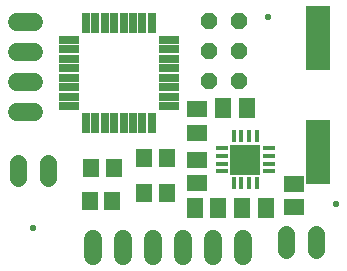
<source format=gbr>
G04 EAGLE Gerber RS-274X export*
G75*
%MOMM*%
%FSLAX34Y34*%
%LPD*%
%INSoldermask Top*%
%IPPOS*%
%AMOC8*
5,1,8,0,0,1.08239X$1,22.5*%
G01*
%ADD10C,0.551600*%
%ADD11R,0.651600X1.701600*%
%ADD12R,1.701600X0.651600*%
%ADD13R,0.406400X1.066800*%
%ADD14R,1.066800X0.406400*%
%ADD15R,2.540000X2.540000*%
%ADD16R,1.701600X1.401600*%
%ADD17R,1.401600X1.701600*%
%ADD18C,1.422400*%
%ADD19C,1.524000*%
%ADD20R,2.032000X5.435600*%
%ADD21R,1.401600X1.601600*%
%ADD22P,1.525737X8X292.500000*%


D10*
X235350Y220111D03*
X292917Y61801D03*
X36403Y41483D03*
D11*
X81300Y130300D03*
X89300Y130300D03*
X97300Y130300D03*
X105300Y130300D03*
X113300Y130300D03*
X121300Y130300D03*
X129300Y130300D03*
X137300Y130300D03*
X137300Y215300D03*
X129300Y215300D03*
X121300Y215300D03*
X113300Y215300D03*
X105300Y215300D03*
X97300Y215300D03*
X89300Y215300D03*
X81300Y215300D03*
D12*
X151800Y144800D03*
X151800Y152800D03*
X151800Y160800D03*
X151800Y168800D03*
X151800Y176800D03*
X151800Y184800D03*
X151800Y192800D03*
X151800Y200800D03*
X66800Y200800D03*
X66800Y192800D03*
X66800Y184800D03*
X66800Y176800D03*
X66800Y168800D03*
X66800Y160800D03*
X66800Y152800D03*
X66800Y144800D03*
D13*
X226050Y119239D03*
X219550Y119239D03*
X213050Y119239D03*
X206550Y119239D03*
D14*
X196361Y109050D03*
X196361Y102550D03*
X196361Y96050D03*
X196361Y89550D03*
D13*
X206550Y79361D03*
X213050Y79361D03*
X219550Y79361D03*
X226050Y79361D03*
D14*
X236239Y89550D03*
X236239Y96050D03*
X236239Y102550D03*
X236239Y109050D03*
D15*
X216300Y99300D03*
D16*
X175500Y122400D03*
X175500Y142400D03*
D17*
X197800Y142900D03*
X217800Y142900D03*
D16*
X257600Y59000D03*
X257600Y79000D03*
X175500Y79300D03*
X175500Y99300D03*
D17*
X193600Y58500D03*
X173600Y58500D03*
X233500Y58300D03*
X213500Y58300D03*
D18*
X48968Y83824D02*
X48968Y97032D01*
X23568Y97032D02*
X23568Y83824D01*
D19*
X137800Y32512D02*
X137800Y18288D01*
X163200Y18288D02*
X163200Y32512D01*
X87000Y32512D02*
X87000Y18288D01*
X112400Y18288D02*
X112400Y32512D01*
X188600Y32512D02*
X188600Y18288D01*
X214000Y18288D02*
X214000Y32512D01*
X37512Y139700D02*
X23288Y139700D01*
X23288Y165100D02*
X37512Y165100D01*
X37512Y190500D02*
X23288Y190500D01*
X23288Y215900D02*
X37512Y215900D01*
D20*
X277500Y105640D03*
X277500Y202160D03*
D21*
X84515Y64084D03*
X103515Y64084D03*
X104997Y92447D03*
X85997Y92447D03*
X149800Y101100D03*
X130800Y101100D03*
X149800Y71500D03*
X130800Y71500D03*
D18*
X250500Y36404D02*
X250500Y23196D01*
X275900Y23196D02*
X275900Y36404D01*
D22*
X210900Y191400D03*
X185500Y191400D03*
X210900Y216800D03*
X185500Y216800D03*
X185500Y166000D03*
X210900Y166000D03*
M02*

</source>
